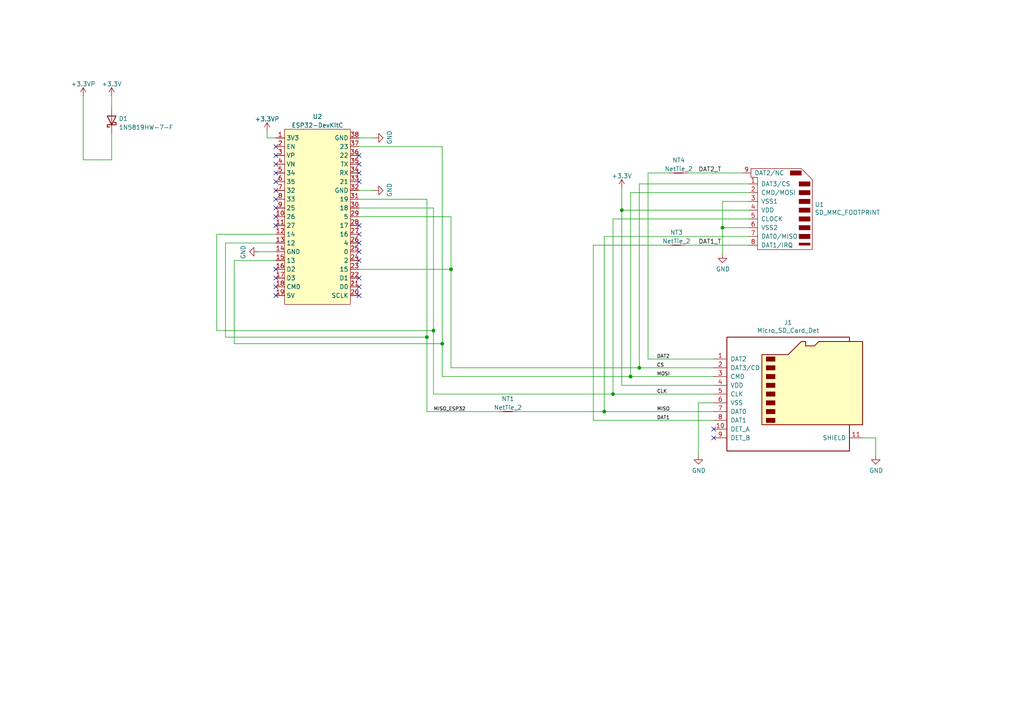
<source format=kicad_sch>
(kicad_sch (version 20211123) (generator eeschema)
  (paper "A4")
  (lib_symbols
    (symbol "Connector:Micro_SD_Card_Det" (pin_names (offset 1.016))
      (property "Reference" "J" (at -16.51 17.78 0))
      (property "Value" "Micro_SD_Card_Det" (at 16.51 17.78 0))
      (symbol "Micro_SD_Card_Det_0_1"
        (rectangle (start -7.62 -6.985) (end -5.08 -8.255) (fill (type outline)))
        (rectangle (start -7.62 -4.445) (end -5.08 -5.715) (fill (type outline)))
        (rectangle (start -7.62 -1.905) (end -5.08 -3.175) (fill (type outline)))
        (rectangle (start -7.62 0.635) (end -5.08 -0.635) (fill (type outline)))
        (rectangle (start -7.62 3.175) (end -5.08 1.905) (fill (type outline)))
        (rectangle (start -7.62 5.715) (end -5.08 4.445) (fill (type outline)))
        (rectangle (start -7.62 8.255) (end -5.08 6.985) (fill (type outline)))
        (rectangle (start -7.62 10.795) (end -5.08 9.525) (fill (type outline)))
        (polyline (pts (xy 16.51 15.24) (xy 16.51 16.51) (xy -19.05 16.51) (xy -19.05 -16.51) (xy 16.51 -16.51) (xy 16.51 -8.89)) (stroke (width 0.254)))
        (polyline (pts (xy -8.89 -8.89) (xy -8.89 11.43) (xy -1.27 11.43) (xy 2.54 15.24) (xy 3.81 15.24) (xy 3.81 13.97) (xy 6.35 13.97) (xy 7.62 15.24) (xy 20.32 15.24) (xy 20.32 -8.89) (xy -8.89 -8.89)) (stroke (width 0.254)) (fill (type background)))
      )
      (symbol "Micro_SD_Card_Det_1_1"
        (pin bidirectional line (at -22.86 10.16 0) (length 3.81) (name "DAT2") (number "1"))
        (pin passive line (at -22.86 -10.16 0) (length 3.81) (name "DET_A") (number "10"))
        (pin passive line (at 20.32 -12.7 180) (length 3.81) (name "SHIELD") (number "11"))
        (pin bidirectional line (at -22.86 7.62 0) (length 3.81) (name "DAT3/CD") (number "2"))
        (pin input line (at -22.86 5.08 0) (length 3.81) (name "CMD") (number "3"))
        (pin power_in line (at -22.86 2.54 0) (length 3.81) (name "VDD") (number "4"))
        (pin input line (at -22.86 0 0) (length 3.81) (name "CLK") (number "5"))
        (pin power_in line (at -22.86 -2.54 0) (length 3.81) (name "VSS") (number "6"))
        (pin bidirectional line (at -22.86 -5.08 0) (length 3.81) (name "DAT0") (number "7"))
        (pin bidirectional line (at -22.86 -7.62 0) (length 3.81) (name "DAT1") (number "8"))
        (pin passive line (at -22.86 -12.7 0) (length 3.81) (name "DET_B") (number "9"))
      )
    )
    (symbol "Device:NetTie_2" (pin_numbers hide) (pin_names (offset 0) hide)
      (property "Reference" "NT" (at 0 1.27 0))
      (property "Value" "NetTie_2" (at 0 -1.27 0))
      (symbol "NetTie_2_0_1"
        (polyline (pts (xy -1.27 0) (xy 1.27 0)) (stroke (width 0.254)))
      )
      (symbol "NetTie_2_1_1"
        (pin passive line (at -2.54 0 0) (length 2.54) (name "1") (number "1"))
        (pin passive line (at 2.54 0 180) (length 2.54) (name "2") (number "2"))
      )
    )
    (symbol "Diode:1N5818" (pin_numbers hide) (pin_names (offset 1.016) hide)
      (property "Reference" "D" (at 0 2.54 0))
      (property "Value" "1N5818" (at 0 -2.54 0))
      (symbol "1N5818_0_1"
        (polyline (pts (xy 1.27 0) (xy -1.27 0)))
        (polyline (pts (xy 1.27 1.27) (xy 1.27 -1.27) (xy -1.27 0) (xy 1.27 1.27)) (stroke (width 0.254)))
        (polyline (pts (xy -1.905 0.635) (xy -1.905 1.27) (xy -1.27 1.27) (xy -1.27 -1.27) (xy -0.635 -1.27) (xy -0.635 -0.635)) (stroke (width 0.254)))
      )
      (symbol "1N5818_1_1"
        (pin passive line (at -3.81 0 0) (length 2.54) (name "K") (number "1"))
        (pin passive line (at 3.81 0 180) (length 2.54) (name "A") (number "2"))
      )
    )
    (symbol "power:+3.3V" (power) (pin_names (offset 0))
      (property "Value" "+3.3V" (at 0 3.556 0))
      (symbol "+3.3V_0_1"
        (polyline (pts (xy -0.762 1.27) (xy 0 2.54)))
        (polyline (pts (xy 0 0) (xy 0 2.54)))
        (polyline (pts (xy 0 2.54) (xy 0.762 1.27)))
      )
      (symbol "+3.3V_1_1"
        (pin power_in line (at 0 0 90) (length 0) hide (name "+3.3V") (number "1"))
      )
    )
    (symbol "power:+3.3VP" (power) (pin_names (offset 0))
      (property "Value" "+3.3VP" (at 0 2.54 0))
      (symbol "+3.3VP_0_0"
        (pin power_in line (at 0 0 90) (length 0) hide (name "+3.3VP") (number "1"))
      )
      (symbol "+3.3VP_0_1"
        (polyline (pts (xy -0.762 1.27) (xy 0 2.54)))
        (polyline (pts (xy 0 0) (xy 0 2.54)))
        (polyline (pts (xy 0 2.54) (xy 0.762 1.27)))
      )
    )
    (symbol "power:GND" (power) (pin_names (offset 0))
      (property "Value" "GND" (at 0 -3.81 0))
      (symbol "GND_0_1"
        (polyline (pts (xy 0 0) (xy 0 -1.27) (xy 1.27 -1.27) (xy 0 -2.54) (xy -1.27 -1.27) (xy 0 -1.27)))
      )
      (symbol "GND_1_1"
        (pin power_in line (at 0 0 270) (length 0) hide (name "GND") (number "1"))
      )
    )
    (symbol "systems:ESP32-DevKitC"
      (property "Reference" "U" (at -10.16 -26.67 0))
      (property "Value" "ESP32-DevKitC" (at -10.16 26.67 0))
      (symbol "ESP32-DevKitC_0_1"
        (rectangle (start -10.16 25.4) (end 8.89 -25.4) (stroke (width 0.1524)) (fill (type background)))
      )
      (symbol "ESP32-DevKitC_1_1"
        (pin power_in line (at -12.7 22.86 0) (length 2.54) (name "3V3") (number "1"))
        (pin bidirectional line (at -12.7 0 0) (length 2.54) (name "26") (number "10"))
        (pin bidirectional line (at -12.7 -2.54 0) (length 2.54) (name "27") (number "11"))
        (pin bidirectional line (at -12.7 -5.08 0) (length 2.54) (name "14") (number "12"))
        (pin bidirectional line (at -12.7 -7.62 0) (length 2.54) (name "12") (number "13"))
        (pin bidirectional line (at -12.7 -10.16 0) (length 2.54) (name "GND") (number "14"))
        (pin bidirectional line (at -12.7 -12.7 0) (length 2.54) (name "13") (number "15"))
        (pin bidirectional line (at -12.7 -15.24 0) (length 2.54) (name "D2") (number "16"))
        (pin bidirectional line (at -12.7 -17.78 0) (length 2.54) (name "D3") (number "17"))
        (pin bidirectional line (at -12.7 -20.32 0) (length 2.54) (name "CMD") (number "18"))
        (pin bidirectional line (at -12.7 -22.86 0) (length 2.54) (name "5V") (number "19"))
        (pin input line (at -12.7 20.32 0) (length 2.54) (name "EN") (number "2"))
        (pin bidirectional line (at 11.43 -22.86 180) (length 2.54) (name "SCLK") (number "20"))
        (pin bidirectional line (at 11.43 -20.32 180) (length 2.54) (name "D0") (number "21"))
        (pin bidirectional line (at 11.43 -17.78 180) (length 2.54) (name "D1") (number "22"))
        (pin bidirectional line (at 11.43 -15.24 180) (length 2.54) (name "15") (number "23"))
        (pin bidirectional line (at 11.43 -12.7 180) (length 2.54) (name "2") (number "24"))
        (pin bidirectional line (at 11.43 -10.16 180) (length 2.54) (name "0") (number "25"))
        (pin bidirectional line (at 11.43 -7.62 180) (length 2.54) (name "4") (number "26"))
        (pin bidirectional line (at 11.43 -5.08 180) (length 2.54) (name "16") (number "27"))
        (pin bidirectional line (at 11.43 -2.54 180) (length 2.54) (name "17") (number "28"))
        (pin bidirectional line (at 11.43 0 180) (length 2.54) (name "5") (number "29"))
        (pin bidirectional line (at -12.7 17.78 0) (length 2.54) (name "VP") (number "3"))
        (pin bidirectional line (at 11.43 2.54 180) (length 2.54) (name "18") (number "30"))
        (pin bidirectional line (at 11.43 5.08 180) (length 2.54) (name "19") (number "31"))
        (pin bidirectional line (at 11.43 7.62 180) (length 2.54) (name "GND") (number "32"))
        (pin bidirectional line (at 11.43 10.16 180) (length 2.54) (name "21") (number "33"))
        (pin bidirectional line (at 11.43 12.7 180) (length 2.54) (name "RX") (number "34"))
        (pin bidirectional line (at 11.43 15.24 180) (length 2.54) (name "TX") (number "35"))
        (pin bidirectional line (at 11.43 17.78 180) (length 2.54) (name "22") (number "36"))
        (pin bidirectional line (at 11.43 20.32 180) (length 2.54) (name "23") (number "37"))
        (pin bidirectional line (at 11.43 22.86 180) (length 2.54) (name "GND") (number "38"))
        (pin bidirectional line (at -12.7 15.24 0) (length 2.54) (name "VN") (number "4"))
        (pin bidirectional line (at -12.7 12.7 0) (length 2.54) (name "34") (number "5"))
        (pin bidirectional line (at -12.7 10.16 0) (length 2.54) (name "35") (number "6"))
        (pin bidirectional line (at -12.7 7.62 0) (length 2.54) (name "32") (number "7"))
        (pin bidirectional line (at -12.7 5.08 0) (length 2.54) (name "33") (number "8"))
        (pin bidirectional line (at -12.7 2.54 0) (length 2.54) (name "25") (number "9"))
      )
    )
    (symbol "systems:SD_MMC_FOOTPRINT" (pin_names (offset 1.016))
      (property "Reference" "U" (at 11.43 -12.7 0))
      (property "Value" "SD_MMC_FOOTPRINT" (at 5.715 13.97 0))
      (symbol "SD_MMC_FOOTPRINT_0_1"
        (polyline (pts (xy -1.905 12.065) (xy -1.905 9.525) (xy 0 9.525) (xy 0 -11.43) (xy 15.875 -11.43) (xy 15.875 8.89) (xy 12.7 12.065) (xy -1.905 12.065)))
        (rectangle (start 9.525 11.43) (end 12.7 10.16) (fill (type outline)))
        (rectangle (start 12.065 -9.525) (end 15.24 -10.16) (fill (type outline)))
        (rectangle (start 12.065 -6.985) (end 15.24 -8.255) (fill (type outline)))
        (rectangle (start 12.065 -4.445) (end 15.24 -5.715) (fill (type outline)))
        (rectangle (start 12.065 -1.905) (end 15.24 -3.175) (fill (type outline)))
        (rectangle (start 12.065 0.635) (end 15.24 -0.635) (fill (type outline)))
        (rectangle (start 12.065 3.175) (end 15.24 1.905) (fill (type outline)))
        (rectangle (start 12.065 5.715) (end 15.24 4.445) (fill (type outline)))
        (rectangle (start 12.065 8.255) (end 15.24 6.985) (fill (type outline)))
      )
      (symbol "SD_MMC_FOOTPRINT_1_1"
        (pin bidirectional line (at -2.54 7.62 0) (length 2.54) (name "DAT3/CS") (number "1"))
        (pin input line (at -2.54 5.08 0) (length 2.54) (name "CMD/MOSI") (number "2"))
        (pin power_out line (at -2.54 2.54 0) (length 2.54) (name "VSS1") (number "3"))
        (pin power_out line (at -2.54 0 0) (length 2.54) (name "VDD") (number "4"))
        (pin output line (at -2.54 -2.54 0) (length 2.54) (name "CLOCK") (number "5"))
        (pin output line (at -2.54 -5.08 0) (length 2.54) (name "VSS2") (number "6"))
        (pin output line (at -2.54 -7.62 0) (length 2.54) (name "DAT0/MISO") (number "7"))
        (pin output line (at -2.54 -10.16 0) (length 2.54) (name "DAT1/IRQ") (number "8"))
        (pin output line (at -4.445 10.795 0) (length 2.54) (name "DAT2/NC") (number "9"))
      )
    )
  )
  (junction (at 175.26 119.38))
  (junction (at 177.8 114.3))
  (junction (at 180.34 60.96))
  (junction (at 125.73 95.885))
  (junction (at 182.88 109.22))
  (junction (at 130.81 78.105))
  (junction (at 128.27 99.695))
  (junction (at 123.825 97.79))
  (junction (at 209.55 66.04))
  (junction (at 185.42 106.68))
  (no_connect (at 207.01 127))
  (no_connect (at 80.01 42.545))
  (no_connect (at 80.01 85.725))
  (no_connect (at 80.01 47.625))
  (no_connect (at 80.01 50.165))
  (no_connect (at 80.01 52.705))
  (no_connect (at 80.01 55.245))
  (no_connect (at 80.01 60.325))
  (no_connect (at 80.01 45.085))
  (no_connect (at 104.14 45.085))
  (no_connect (at 80.01 57.785))
  (no_connect (at 104.14 85.725))
  (no_connect (at 104.14 83.185))
  (no_connect (at 80.01 62.865))
  (no_connect (at 80.01 65.405))
  (no_connect (at 80.01 78.105))
  (no_connect (at 80.01 80.645))
  (no_connect (at 80.01 83.185))
  (no_connect (at 104.14 80.645))
  (no_connect (at 104.14 75.565))
  (no_connect (at 104.14 47.625))
  (no_connect (at 104.14 73.025))
  (no_connect (at 104.14 70.485))
  (no_connect (at 104.14 67.945))
  (no_connect (at 104.14 65.405))
  (no_connect (at 104.14 52.705))
  (no_connect (at 104.14 50.165))
  (no_connect (at 207.01 124.46))
  (wire (pts (xy 202.565 116.84) (xy 207.01 116.84)))
  (wire (pts (xy 32.385 27.94) (xy 32.385 31.115)))
  (wire (pts (xy 180.34 54.61) (xy 180.34 60.96)))
  (wire (pts (xy 217.17 55.88) (xy 182.88 55.88)))
  (wire (pts (xy 180.34 111.76) (xy 207.01 111.76)))
  (wire (pts (xy 80.01 67.945) (xy 62.865 67.945)))
  (wire (pts (xy 217.17 71.12) (xy 198.755 71.12)))
  (wire (pts (xy 104.14 40.005) (xy 108.585 40.005)))
  (wire (pts (xy 215.265 50.165) (xy 199.39 50.165)))
  (wire (pts (xy 217.17 53.34) (xy 185.42 53.34)))
  (wire (pts (xy 217.17 63.5) (xy 177.8 63.5)))
  (wire (pts (xy 67.945 75.565) (xy 67.945 99.695)))
  (wire (pts (xy 182.88 109.22) (xy 128.27 109.22)))
  (wire (pts (xy 128.27 42.545) (xy 128.27 99.695)))
  (wire (pts (xy 128.27 99.695) (xy 128.27 109.22)))
  (wire (pts (xy 185.42 106.68) (xy 130.81 106.68)))
  (wire (pts (xy 62.865 67.945) (xy 62.865 95.885)))
  (wire (pts (xy 175.26 119.38) (xy 149.86 119.38)))
  (wire (pts (xy 80.01 70.485) (xy 65.405 70.485)))
  (wire (pts (xy 104.14 42.545) (xy 128.27 42.545)))
  (wire (pts (xy 130.81 78.105) (xy 130.81 106.68)))
  (wire (pts (xy 182.88 109.22) (xy 207.01 109.22)))
  (wire (pts (xy 104.14 62.865) (xy 130.81 62.865)))
  (wire (pts (xy 125.73 60.325) (xy 125.73 95.885)))
  (wire (pts (xy 80.01 75.565) (xy 67.945 75.565)))
  (wire (pts (xy 24.13 27.94) (xy 24.13 46.355)))
  (wire (pts (xy 32.385 38.735) (xy 32.385 46.355)))
  (wire (pts (xy 65.405 70.485) (xy 65.405 97.79)))
  (wire (pts (xy 187.96 104.14) (xy 207.01 104.14)))
  (wire (pts (xy 177.8 114.3) (xy 125.73 114.3)))
  (wire (pts (xy 104.14 55.245) (xy 108.585 55.245)))
  (wire (pts (xy 217.17 68.58) (xy 175.26 68.58)))
  (wire (pts (xy 104.14 60.325) (xy 125.73 60.325)))
  (wire (pts (xy 104.14 78.105) (xy 130.81 78.105)))
  (wire (pts (xy 202.565 116.84) (xy 202.565 132.08)))
  (wire (pts (xy 77.47 40.005) (xy 80.01 40.005)))
  (wire (pts (xy 130.81 62.865) (xy 130.81 78.105)))
  (wire (pts (xy 185.42 106.68) (xy 207.01 106.68)))
  (wire (pts (xy 172.085 71.12) (xy 172.085 121.92)))
  (wire (pts (xy 77.47 38.1) (xy 77.47 40.005)))
  (wire (pts (xy 254 132.08) (xy 254 127)))
  (wire (pts (xy 193.675 71.12) (xy 172.085 71.12)))
  (wire (pts (xy 123.825 97.79) (xy 123.825 57.785)))
  (wire (pts (xy 185.42 53.34) (xy 185.42 106.68)))
  (wire (pts (xy 62.865 95.885) (xy 125.73 95.885)))
  (wire (pts (xy 209.55 73.66) (xy 209.55 66.04)))
  (wire (pts (xy 217.17 60.96) (xy 180.34 60.96)))
  (wire (pts (xy 144.78 119.38) (xy 123.825 119.38)))
  (wire (pts (xy 180.34 60.96) (xy 180.34 111.76)))
  (wire (pts (xy 74.93 73.025) (xy 80.01 73.025)))
  (wire (pts (xy 67.945 99.695) (xy 128.27 99.695)))
  (wire (pts (xy 182.88 55.88) (xy 182.88 109.22)))
  (wire (pts (xy 125.73 95.885) (xy 125.73 114.3)))
  (wire (pts (xy 65.405 97.79) (xy 123.825 97.79)))
  (wire (pts (xy 172.085 121.92) (xy 207.01 121.92)))
  (wire (pts (xy 175.26 119.38) (xy 207.01 119.38)))
  (wire (pts (xy 209.55 58.42) (xy 209.55 66.04)))
  (wire (pts (xy 123.825 57.785) (xy 104.14 57.785)))
  (wire (pts (xy 254 127) (xy 250.19 127)))
  (wire (pts (xy 217.17 58.42) (xy 209.55 58.42)))
  (wire (pts (xy 24.13 46.355) (xy 32.385 46.355)))
  (wire (pts (xy 209.55 66.04) (xy 217.17 66.04)))
  (wire (pts (xy 194.31 50.165) (xy 187.96 50.165)))
  (wire (pts (xy 123.825 97.79) (xy 123.825 119.38)))
  (wire (pts (xy 175.26 68.58) (xy 175.26 119.38)))
  (wire (pts (xy 177.8 63.5) (xy 177.8 114.3)))
  (wire (pts (xy 187.96 50.165) (xy 187.96 104.14)))
  (wire (pts (xy 177.8 114.3) (xy 207.01 114.3)))
  (label "DAT2_T" (at 202.565 50.165 0))
  (label "DAT1_T" (at 202.565 71.12 0))
  (label "CLK" (at 190.5 114.3 0) (effects (font (size 1 1))))
  (label "MISO" (at 190.5 119.38 0) (effects (font (size 1 1))))
  (label "DAT1" (at 190.5 121.92 0) (effects (font (size 1 1))))
  (label "CS" (at 190.5 106.68 0) (effects (font (size 1 1))))
  (label "MOSI" (at 190.5 109.22 0) (effects (font (size 1 1))))
  (label "DAT2" (at 190.5 104.14 0) (effects (font (size 1 1))))
  (label "MISO_ESP32" (at 125.73 119.38 0) (effects (font (size 1 1))))
  (symbol (lib_id "systems:SD_MMC_FOOTPRINT") (at 219.71 60.96 0) (unit 1)
    (property "Reference" "U1" (at 236.2962 59.3344 0) (effects (justify left)))
    (property "Value" "SD_MMC_FOOTPRINT" (at 236.2962 61.6458 0) (effects (justify left)))
    (property "Footprint" "Main:SD_MMC_CARD" (effects hide))
  )
  (symbol (lib_id "Connector:Micro_SD_Card_Det") (at 229.87 114.3 0) (unit 1)
    (property "Reference" "J1" (at 228.6 93.5482 0))
    (property "Value" "Micro_SD_Card_Det" (at 228.6 95.8596 0))
    (property "Footprint" "Connector_Card:microSD_HC_Molex_104031-0811" (effects hide))
    (property "Datasheet" "https://www.hirose.com/product/en/download_file/key_name/DM3/category/Catalog/doc_file_id/49662/?file_category_id=4&item_id=195&is_series=1" (effects hide))
    (property "MPN" "C585350" (effects hide))
  )
  (symbol (lib_id "power:GND") (at 254 132.08 0) (unit 1)
    (property "Reference" "#PWR0101" (effects hide))
    (property "Value" "GND" (at 254.127 136.4742 0))
  )
  (symbol (lib_id "power:GND") (at 209.55 73.66 0) (unit 1)
    (property "Reference" "#PWR0102" (effects hide))
    (property "Value" "GND" (at 209.677 78.0542 0))
  )
  (symbol (lib_id "power:GND") (at 202.565 132.08 0) (unit 1)
    (property "Reference" "#PWR0103" (effects hide))
    (property "Value" "GND" (at 202.692 136.4742 0))
  )
  (symbol (lib_id "Diode:1N5818") (at 32.385 34.925 90) (unit 1)
    (property "Reference" "D1" (at 34.417 34.4078 90) (effects (justify right)))
    (property "Value" "1N5819HW-7-F" (at 34.417 36.9447 90) (effects (justify right)))
    (property "Footprint" "Diode_SMD:D_SOD-123" (effects hide))
    (property "MPN" "C82544" (effects hide))
  )
  (symbol (lib_id "systems:ESP32-DevKitC") (at 92.71 62.865 0) (unit 1)
    (property "Reference" "U2" (at 92.075 33.816 0))
    (property "Value" "ESP32-DevKitC" (at 92.075 36.3529 0))
    (property "Footprint" "Main:ESP32-DevKitC" (effects hide))
  )
  (symbol (lib_id "power:GND") (at 108.585 40.005 90) (unit 1)
    (property "Reference" "#PWR05" (effects hide))
    (property "Value" "GND" (at 112.9792 39.878 0))
  )
  (symbol (lib_id "Device:NetTie_2") (at 196.215 71.12 0) (unit 1)
    (property "Reference" "NT3" (at 196.215 67.4202 0))
    (property "Value" "NetTie_2" (at 196.215 69.9571 0))
    (property "Footprint" "NetTie:NetTie-2_SMD_Pad0.5mm" (effects hide))
  )
  (symbol (lib_id "power:+3.3V") (at 32.385 27.94 0) (unit 1)
    (property "Reference" "#PWR02" (effects hide))
    (property "Value" "+3.3V" (at 32.385 24.3642 0))
  )
  (symbol (lib_id "power:GND") (at 74.93 73.025 270) (unit 1)
    (property "Reference" "#PWR03" (effects hide))
    (property "Value" "GND" (at 70.5358 73.152 0))
  )
  (symbol (lib_id "power:+3.3V") (at 180.34 54.61 0) (unit 1)
    (property "Reference" "#PWR07" (effects hide))
    (property "Value" "+3.3V" (at 180.34 51.0342 0))
  )
  (symbol (lib_id "Device:NetTie_2") (at 196.85 50.165 0) (unit 1)
    (property "Reference" "NT4" (at 196.85 46.4652 0))
    (property "Value" "NetTie_2" (at 196.85 49.0021 0))
    (property "Footprint" "NetTie:NetTie-2_SMD_Pad0.5mm" (effects hide))
  )
  (symbol (lib_id "power:GND") (at 108.585 55.245 90) (unit 1)
    (property "Reference" "#PWR06" (effects hide))
    (property "Value" "GND" (at 112.9792 55.118 0))
  )
  (symbol (lib_id "power:+3.3VP") (at 24.13 27.94 0) (unit 1)
    (property "Reference" "#PWR01" (effects hide))
    (property "Value" "+3.3VP" (at 24.13 24.3642 0))
  )
  (symbol (lib_id "Device:NetTie_2") (at 147.32 119.38 0) (unit 1)
    (property "Reference" "NT1" (at 147.32 115.6802 0))
    (property "Value" "NetTie_2" (at 147.32 118.2171 0))
    (property "Footprint" "NetTie:NetTie-2_SMD_Pad0.5mm" (effects hide))
  )
  (symbol (lib_id "power:+3.3VP") (at 77.47 38.1 0) (unit 1)
    (property "Reference" "#PWR04" (effects hide))
    (property "Value" "+3.3VP" (at 77.47 34.5242 0))
  )
)
</source>
